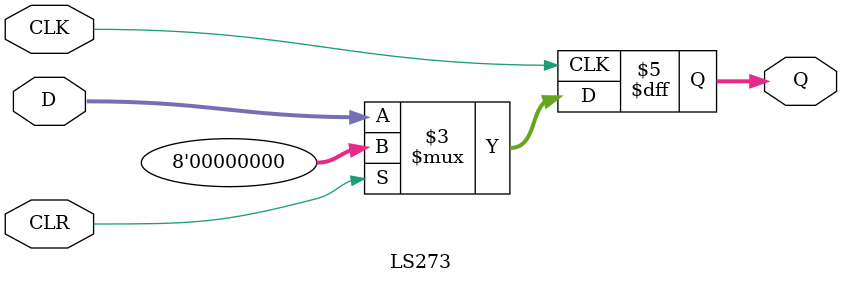
<source format=v>
`timescale 1ns / 1ps
module LS273(
	 input wire CLK,
	 input wire CLR,
    input wire [7:0] D,
    output reg [7:0] Q
    );

	always @(posedge CLK) begin
		if (CLR)
			Q = 8'b0;
		else
			Q = D;
	end
	
endmodule

</source>
